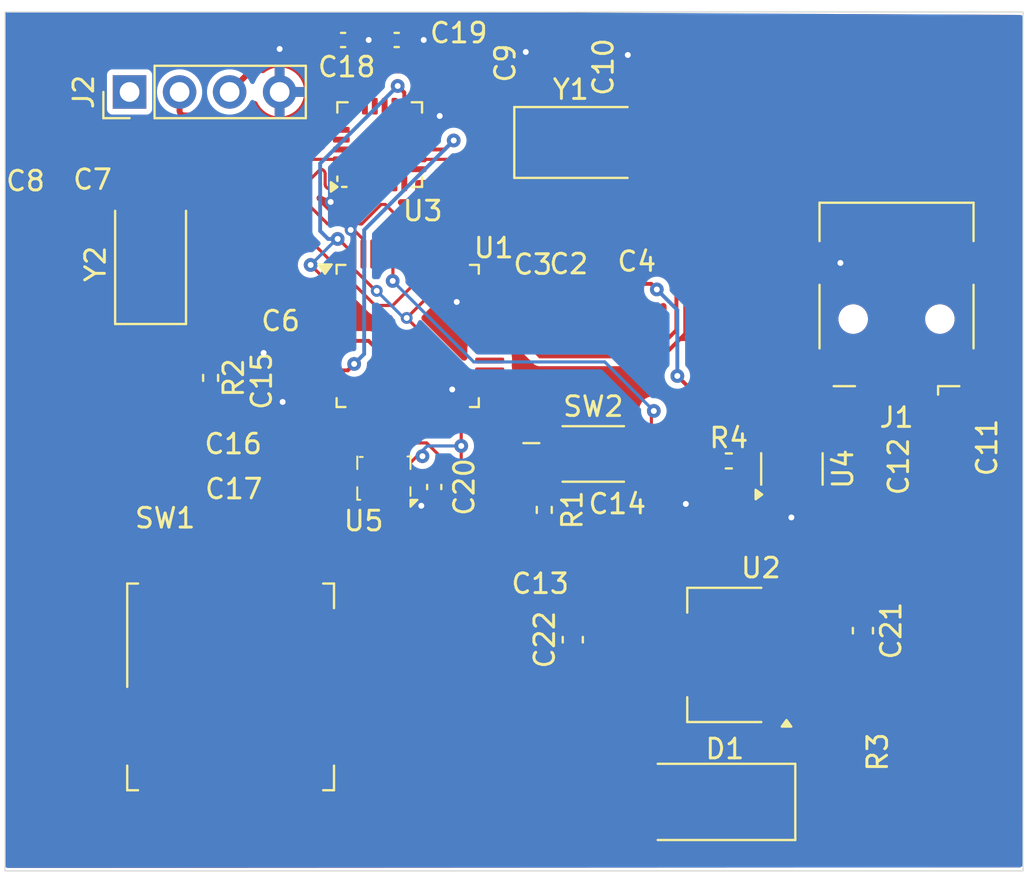
<source format=kicad_pcb>
(kicad_pcb (version 20241229) (generator "pcbnew") (generator_version "9.0")
  (layers (0 "F.Cu" signal) (2 "B.Cu" signal) (13 "F.Paste" user) (15 "B.Paste" user) (5 "F.SilkS" user "F.Silkscreen") (7 "B.SilkS" user "B.Silkscreen") (1 "F.Mask" user) (3 "B.Mask" user) (25 "Edge.Cuts" user))
  (net 0 "")
  (net 1 "+3V3")
  (net 2 "GND")
  (net 3 "Net-(U1-NRST)")
  (net 4 "HSE_IN")
  (net 5 "HSE_OUT")
  (net 6 "LSE_OUT")
  (net 7 "LSE_IN")
  (net 8 "VBUS")
  (net 9 "Net-(J1-VBUS)")
  (net 10 "Net-(U4-VBUS)")
  (net 11 "Net-(C13-Pad1)")
  (net 12 "Net-(SW2-C)")
  (net 13 "Net-(U1-VDDA)")
  (net 14 "+3.3VA")
  (net 15 "/CPOUT")
  (net 16 "Net-(U3-VLOGIC)")
  (net 17 "Net-(C20-Pad1)")
  (net 18 "+3.3V")
  (net 19 "/LED_K")
  (net 20 "USB_D-")
  (net 22 "USB_D+")
  (net 23 "SWD_CLK")
  (net 24 "SWD_DIO")
  (net 25 "VCC")
  (net 26 "Net-(SW2-A)")
  (net 27 "BOOT0")
  (net 29 "I2C_SCL")
  (net 32 "I2C_SDA")
  (net 35 "SPI_MISO")
  (net 47 "SPI_MISI")
  (net 51 "/AD0")
  (net 54 "SPI_SCLK")
  (footprint "Capacitor_SMD:C_01005_0402Metric" (layer "F.Cu") (at 101.6762 29.5954 -90)
    (property "Reference" "C9")
    (property "Value" "18pf")
  )
  (footprint "Resistor_SMD:R_0402_1005Metric" (layer "F.Cu") (at 102.641 51.56 90)
    (property "Reference" "R1")
    (property "Value" "1.1k")
  )
  (footprint "Capacitor_SMD:C_01005_0402Metric" (layer "F.Cu") (at 102.108 40.365 -90)
    (property "Reference" "C3")
    (property "Value" "100nf")
  )
  (footprint "Capacitor_SMD:C_01005_0402Metric" (layer "F.Cu") (at 123.2408 48.3914 90)
    (property "Reference" "C11")
    (property "Value" "100nf")
  )
  (footprint "Capacitor_SMD:C_0402_1005Metric" (layer "F.Cu") (at 95.1486 27.686)
    (property "Reference" "C19")
    (property "Value" "10nf")
  )
  (footprint "Sensor_Motion:InvenSense_QFN-24_4x4mm_P0.5mm" (layer "F.Cu") (at 94.2848 33.0004 90)
    (property "Reference" "U3")
    (property "Value" "MPU-6050")
  )
  (footprint "Capacitor_SMD:C_0402_1005Metric" (layer "F.Cu") (at 97.0534 50.3962 -90)
    (property "Reference" "C20")
    (property "Value" "100nf")
  )
  (footprint "Capacitor_SMD:C_01005_0402Metric" (layer "F.Cu") (at 108.6314 51.308 180)
    (property "Reference" "C14")
    (property "Value" "100nf")
  )
  (footprint "Capacitor_SMD:C_01005_0402Metric" (layer "F.Cu") (at 119.634 49.3566 -90)
    (property "Reference" "C12")
    (property "Value" "100nf")
  )
  (footprint "Capacitor_SMD:C_01005_0402Metric" (layer "F.Cu") (at 104.394 40.365 -90)
    (property "Reference" "C1" (hide yes))
    (property "Value" "100nf")
  )
  (footprint "Capacitor_SMD:C_01005_0402Metric" (layer "F.Cu") (at 79.502 36.1274 -90)
    (property "Reference" "C7")
    (property "Value" "18pf")
  )
  (footprint "Capacitor_SMD:C_0603_1608Metric" (layer "F.Cu") (at 104.0892 58.153 90)
    (property "Reference" "C22")
    (property "Value" "1u")
  )
  (footprint "Crystal:Crystal_SMD_5032-2Pin_5.0x3.2mm" (layer "F.Cu") (at 104.1696 32.893)
    (property "Reference" "Y1")
    (property "Value" "Crystal")
  )
  (footprint "Capacitor_SMD:C_01005_0402Metric" (layer "F.Cu") (at 103.378 40.3392 -90)
    (property "Reference" "C2")
    (property "Value" "100nf")
  )
  (footprint "Capacitor_SMD:C_01005_0402Metric" (layer "F.Cu") (at 102.4338 54.3052 180)
    (property "Reference" "C13")
    (property "Value" "100nf")
  )
  (footprint "Capacitor_SMD:C_01005_0402Metric" (layer "F.Cu") (at 105.664 40.386 -90)
    (property "Reference" "C5" (hide yes))
    (property "Value" "100nf")
  )
  (footprint "Button_Switch_SMD:SW_MEC_5GSH9" (layer "F.Cu") (at 86.7156 60.552)
    (property "Reference" "SW1")
    (property "Value" "SW_MEC_5G")
  )
  (footprint "Package_QFP:LQFP-48_7x7mm_P0.5mm" (layer "F.Cu") (at 95.7072 42.7228)
    (property "Reference" "U1")
    (property "Value" "STM32F103C8T6")
  )
  (footprint "Resistor_SMD:R_0402_1005Metric" (layer "F.Cu") (at 112.012 49.0728)
    (property "Reference" "R4")
    (property "Value" "1.1k")
  )
  (footprint "Capacitor_SMD:C_01005_0402Metric" (layer "F.Cu") (at 89.3572 43.3534 -90)
    (property "Reference" "C6")
    (property "Value" "100nf")
  )
  (footprint "Crystal:Crystal_SMD_5032-2Pin_5.0x3.2mm" (layer "F.Cu") (at 82.6516 39.0652 90)
    (property "Reference" "Y2")
    (property "Value" "Crystal")
  )
  (footprint "Capacitor_SMD:C_01005_0402Metric" (layer "F.Cu") (at 106.9086 29.4132 90)
    (property "Reference" "C10")
    (property "Value" "18pf")
  )
  (footprint "Capacitor_SMD:C_01005_0402Metric" (layer "F.Cu") (at 76.4032 36.319 90)
    (property "Reference" "C8")
    (property "Value" "18pf")
  )
  (footprint "Capacitor_SMD:C_0201_0603Metric" (layer "F.Cu") (at 107.188 40.3966 -90)
    (property "Reference" "C4")
    (property "Value" "1uf")
  )
  (footprint "Resistor_SMD:R_0402_1005Metric" (layer "F.Cu") (at 85.6996 44.8544 -90)
    (property "Reference" "R2")
    (property "Value" "1.1k")
  )
  (footprint "Capacitor_SMD:C_0402_1005Metric" (layer "F.Cu") (at 92.428 27.686)
    (property "Reference" "C18")
    (property "Value" "100nf")
  )
  (footprint "LED_SMD:LED_2512_6332Metric" (layer "F.Cu") (at 111.5524 66.3956 180)
    (property "Reference" "D1")
    (property "Value" "RED")
  )
  (footprint "Connector_PinHeader_2.54mm:PinHeader_1x04_P2.54mm_Vertical" (layer "F.Cu") (at 81.5848 30.3276 90)
    (property "Reference" "J2")
    (property "Value" "Conn_01x04")
  )
  (footprint "Package_TO_SOT_SMD:SOT-223-3_TabPin2" (layer "F.Cu") (at 111.8112 58.928 180)
    (property "Reference" "U2")
    (property "Value" "AMS1117-3.3")
  )
  (footprint "Resistor_SMD:R_01005_0402Metric" (layer "F.Cu") (at 118.5672 63.8596 -90)
    (property "Reference" "R3")
    (property "Value" "1k5")
  )
  (footprint "Button_Switch_SMD:SW_DIP_SPSTx01_Slide_Copal_CVS-01xB_W5.9mm_P1mm" (layer "F.Cu") (at 105.1302 48.7172)
    (property "Reference" "SW2")
    (property "Value" "SW_Push_SPDT")
  )
  (footprint "Capacitor_SMD:C_0603_1608Metric" (layer "F.Cu") (at 118.8212 57.6958 -90)
    (property "Reference" "C21")
    (property "Value" "1u")
  )
  (footprint "Capacitor_SMD:C_01005_0402Metric" (layer "F.Cu") (at 89.3572 45.0128 -90)
    (property "Reference" "C15")
    (property "Value" "100nf")
  )
  (footprint "Package_LGA:Bosch_LGA-8_2x2.5mm_P0.65mm_ClockwisePinNumbering" (layer "F.Cu") (at 94.4971 49.9455 180)
    (property "Reference" "U5")
    (property "Value" "BMP280")
  )
  (footprint "Capacitor_SMD:C_0201_0603Metric" (layer "F.Cu") (at 86.8786 49.3776)
    (property "Reference" "C17")
    (property "Value" "1uf")
  )
  (footprint "Connector_USB:USB_Mini-B_Lumberg_2486_01_Horizontal" (layer "F.Cu") (at 120.528 41.8644 180)
    (property "Reference" "J1")
    (property "Value" "USB_B_Micro")
  )
  (footprint "Capacitor_SMD:C_01005_0402Metric" (layer "F.Cu") (at 86.847 47.1932)
    (property "Reference" "C16")
    (property "Value" "100nf")
  )
  (footprint "Package_TO_SOT_SMD:SOT-23-6" (layer "F.Cu") (at 115.2144 49.4792 90)
    (property "Reference" "U4")
    (property "Value" "USBLC6-2SC6")
  )
  (gr_rect (start 75.2602 26.2636) (end 126.9492 69.9008) (stroke (width 0.05)) (fill no) (layer "Edge.Cuts"))
  (segment (start 103.3272 40.0384) (end 103.378 40.0892) (width 0.19685) (layer "F.Cu") (net 1))
  (segment (start 111.502 49.0728) (end 111.502 46.859) (width 0.19685) (layer "F.Cu") (net 1))
  (segment (start 99.8697 39.9728) (end 97.8916 39.9728) (width 0.19685) (layer "F.Cu") (net 1))
  (segment (start 94.1721 48.737215) (end 94.1721 49.1455) (width 0.158285) (layer "F.Cu") (net 1))
  (segment (start 91.5447 39.9728) (end 91.5447 39.8811) (width 0.158285) (layer "F.Cu") (net 1))
  (segment (start 98.425 46.9175) (end 98.4572 46.8853) (width 0.158285) (layer "F.Cu") (net 1))
  (segment (start 97.492 39.9728) (end 97.8916 39.9728) (width 0.158285) (layer "F.Cu") (net 1))
  (segment (start 107.1496 40.115) (end 107.188 40.0766) (width 0.19685) (layer "F.Cu") (net 1))
  (segment (start 92.1512 37.7952) (end 92.1921 37.7952) (width 0.158285) (layer "F.Cu") (net 1))
  (segment (start 95.5348 31.0504) (end 95.5348 30.3584) (width 0.19685) (layer "F.Cu") (net 1))
  (segment (start 102.1838 54.3052) (end 98.425 50.5464) (width 0.158285) (layer "F.Cu") (net 1))
  (segment (start 104.394 40.115) (end 107.1496 40.115) (width 0.19685) (layer "F.Cu") (net 1))
  (segment (start 98.597942 44.749942) (end 95.6564 41.8084) (width 0.158285) (layer "F.Cu") (net 1))
  (segment (start 104.3682 40.0892) (end 104.394 40.115) (width 0.19685) (layer "F.Cu") (net 1))
  (segment (start 96.456129 48.831871) (end 96.4118 48.787542) (width 0.158285) (layer "F.Cu") (net 1))
  (segment (start 108.3564 40.3606) (end 108.0724 40.0766) (width 0.19685) (layer "F.Cu") (net 1))
  (segment (start 95.4721 49.1455) (end 95.4721 48.8631) (width 0.158285) (layer "F.Cu") (net 1))
  (segment (start 95.5348 30.3584) (end 95.1992 30.0228) (width 0.19685) (layer "F.Cu") (net 1))
  (segment (start 91.5447 39.8811) (end 90.7796 39.116) (width 0.158285) (layer "F.Cu") (net 1))
  (segment (start 92.1921 37.7952) (end 92.9572 38.5603) (width 0.158285) (layer "F.Cu") (net 1))
  (segment (start 96.221058 48.787542) (end 95.8631 49.1455) (width 0.158285) (layer "F.Cu") (net 1))
  (segment (start 96.4118 48.787542) (end 96.221058 48.787542) (width 0.158285) (layer "F.Cu") (net 1))
  (segment (start 94.344515 48.5648) (end 94.1721 48.737215) (width 0.158285) (layer "F.Cu") (net 1))
  (segment (start 94.088756 40.433684) (end 94.135516 40.433684) (width 0.158285) (layer "F.Cu") (net 1))
  (segment (start 102.0424 39.9728) (end 102.108 40.0384) (width 0.19685) (layer "F.Cu") (net 1))
  (segment (start 98.597942 46.744558) (end 98.597942 44.749942) (width 0.158285) (layer "F.Cu") (net 1))
  (segment (start 98.425 50.5464) (end 98.425 48.3108) (width 0.158285) (layer "F.Cu") (net 1))
  (segment (start 92.9572 39.302128) (end 94.088756 40.433684) (width 0.158285) (layer "F.Cu") (net 1))
  (segment (start 98.4572 46.8853) (end 98.597942 46.744558) (width 0.158285) (layer "F.Cu") (net 1))
  (segment (start 102.108 40.0384) (end 103.3272 40.0384) (width 0.19685) (layer "F.Cu") (net 1))
  (segment (start 99.8697 39.9728) (end 102.0424 39.9728) (width 0.19685) (layer "F.Cu") (net 1))
  (segment (start 111.502 46.859) (end 109.3978 44.7548) (width 0.19685) (layer "F.Cu") (net 1))
  (segment (start 92.9572 38.5603) (end 92.9572 39.302128) (width 0.158285) (layer "F.Cu") (net 1))
  (segment (start 108.0724 40.0766) (end 107.188 40.0766) (width 0.19685) (layer "F.Cu") (net 1))
  (segment (start 95.6564 41.8084) (end 97.492 39.9728) (width 0.158285) (layer "F.Cu") (net 1))
  (segment (start 95.8631 49.1455) (end 95.4721 49.1455) (width 0.158285) (layer "F.Cu") (net 1))
  (segment (start 95.1738 48.5648) (end 94.344515 48.5648) (width 0.158285) (layer "F.Cu") (net 1))
  (segment (start 98.425 48.3108) (end 98.425 46.9175) (width 0.158285) (layer "F.Cu") (net 1))
  (segment (start 95.4721 48.8631) (end 95.1738 48.5648) (width 0.158285) (layer "F.Cu") (net 1))
  (segment (start 103.378 40.0892) (end 104.3682 40.0892) (width 0.19685) (layer "F.Cu") (net 1))
  (via (at 109.3978 44.7548) (size 0.7) (drill 0.3) (layers "F.Cu" "B.Cu") (net 1))
  (via (at 90.7796 39.116) (size 0.7) (drill 0.3) (layers "F.Cu" "B.Cu") (net 1))
  (via (at 98.425 48.3108) (size 0.7) (drill 0.3) (layers "F.Cu" "B.Cu") (net 1))
  (via (at 95.6564 41.8084) (size 0.6) (drill 0.3) (layers "F.Cu" "B.Cu") (net 1))
  (via (at 108.3564 40.3606) (size 0.7) (drill 0.3) (layers "F.Cu" "B.Cu") (net 1))
  (via (at 96.456129 48.831871) (size 0.7) (drill 0.3) (layers "F.Cu" "B.Cu") (net 1))
  (via (at 95.1992 30.0228) (size 0.7) (drill 0.3) (layers "F.Cu" "B.Cu") (net 1))
  (via (at 92.1512 37.7952) (size 0.7) (drill 0.3) (layers "F.Cu" "B.Cu") (net 1))
  (via (at 94.135516 40.433684) (size 0.6) (drill 0.3) (layers "F.Cu" "B.Cu") (net 1))
  (segment (start 95.510232 41.8084) (end 95.6564 41.8084) (width 0.158285) (layer "B.Cu") (net 1))
  (segment (start 109.3978 41.402) (end 108.3564 40.3606) (width 0.19685) (layer "B.Cu") (net 1))
  (segment (start 95.1992 30.0228) (end 91.2622 33.9598) (width 0.19685) (layer "B.Cu") (net 1))
  (segment (start 96.6978 48.3108) (end 98.425 48.3108) (width 0.158285) (layer "B.Cu") (net 1))
  (segment (start 91.2622 37.3888) (end 91.6686 37.7952) (width 0.19685) (layer "B.Cu") (net 1))
  (segment (start 91.2622 33.9598) (end 91.2622 37.3888) (width 0.19685) (layer "B.Cu") (net 1))
  (segment (start 109.3978 44.7548) (end 109.3978 41.402) (width 0.19685) (layer "B.Cu") (net 1))
  (segment (start 96.456129 48.552471) (end 96.6978 48.3108) (width 0.158285) (layer "B.Cu") (net 1))
  (segment (start 91.6686 37.7952) (end 92.1512 37.7952) (width 0.19685) (layer "B.Cu") (net 1))
  (segment (start 92.1004 37.7952) (end 92.1512 37.7952) (width 0.158285) (layer "B.Cu") (net 1))
  (segment (start 90.7796 39.116) (end 92.1004 37.7952) (width 0.158285) (layer "B.Cu") (net 1))
  (segment (start 96.456129 48.831871) (end 96.456129 48.552471) (width 0.158285) (layer "B.Cu") (net 1))
  (segment (start 94.135516 40.433684) (end 95.510232 41.8084) (width 0.158285) (layer "B.Cu") (net 1))
  (segment (start 92.972399 37.338) (end 92.8116 37.338) (width 0.158285) (layer "F.Cu") (net 2))
  (segment (start 93.4572 38.5603) (end 93.4572 37.822801) (width 0.158285) (layer "F.Cu") (net 2))
  (segment (start 97.9572 46.8853) (end 97.9572 45.4512) (width 0.158285) (layer "F.Cu") (net 2))
  (segment (start 101.6762 28.321) (end 101.7016 28.2956) (width 0.158285) (layer "F.Cu") (net 2))
  (segment (start 83.9756 54.302) (end 87.1986 51.079) (width 0.19685) (layer "F.Cu") (net 2))
  (segment (start 87.1986 47.2948) (end 87.097 47.1932) (width 0.19685) (layer "F.Cu") (net 2))
  (segment (start 82.9056 54.302) (end 83.9756 54.302) (width 0.19685) (layer "F.Cu") (net 2))
  (segment (start 89.8772 43.4728) (end 91.5447 43.4728) (width 0.19685) (layer "F.Cu") (net 2))
  (segment (start 115.2144 51.9176) (end 115.189 51.943) (width 0.5) (layer "F.Cu") (net 2))
  (segment (start 106.9086 28.4734) (end 106.8832 28.448) (width 0.158285) (layer "F.Cu") (net 2))
  (segment (start 76.5958 35.8764) (end 79.502 35.8764) (width 0.2) (layer "F.Cu") (net 2))
  (segment (start 107.1074 40.636) (end 107.188 40.7166) (width 0.158285) (layer "F.Cu") (net 2))
  (segment (start 117.3428 63.6096) (end 114.9612 61.228) (width 0.2) (layer "F.Cu") (net 2))
  (segment (start 106.9086 29.1632) (end 106.9086 28.4734) (width 0.158285) (layer "F.Cu") (net 2))
  (segment (start 101.596 40.636) (end 105.664 40.636) (width 0.158285) (layer "F.Cu") (net 2))
  (segment (start 93.6498 27.686) (end 93.726 27.686) (width 0.19685) (layer "F.Cu") (net 2))
  (segment (start 89.2048 30.3276) (end 89.2048 28.1432) (width 0.2) (layer "F.Cu") (net 2))
  (segment (start 108.8814 51.308) (end 109.7788 51.308) (width 0.19685) (layer "F.Cu") (net 2))
  (segment (start 116.078 44.4644) (end 118.828 44.4644) (width 0.19685) (layer "F.Cu") (net 2))
  (segment (start 96.6292 32.2504) (end 97.3328 31.5468) (width 0.158285) (layer "F.Cu") (net 2))
  (segment (start 118.828 44.4644) (end 118.928 44.5644) (width 0.19685) (layer "F.Cu") (net 2))
  (segment (start 116.078 39.0144) (end 117.6782 39.0144) (width 0.19685) (layer "F.Cu") (net 2))
  (segment (start 82.9056 66.802) (end 82.9056 54.302) (width 0.19685) (layer "F.Cu") (net 2))
  (segment (start 93.4572 37.822801) (end 92.972399 37.338) (width 0.158285) (layer "F.Cu") (net 2))
  (segment (start 96.2348 32.2504) (end 96.6292 32.2504) (width 0.158285) (layer "F.Cu") (net 2))
  (segment (start 97.0534 50.8762) (end 96.871805 50.8762) (width 0.158285) (layer "F.Cu") (net 2))
  (segment (start 124.978 44.4644) (end 124.978 39.0144) (width 0.19685) (layer "F.Cu") (net 2))
  (segment (start 89.3572 43.6034) (end 88.409 43.6034) (width 0.19685) (layer "F.Cu") (net 2))
  (segment (start 89.7466 43.6034) (end 89.8772 43.4728) (width 0.19685) (layer "F.Cu") (net 2))
  (segment (start 118.5672 63.6096) (end 117.3428 63.6096) (width 0.2) (layer "F.Cu") (net 2))
  (segment (start 87.1986 51.079) (end 87.1986 49.3776) (width 0.19685) (layer "F.Cu") (net 2))
  (segment (start 105.664 40.636) (end 107.1074 40.636) (width 0.158285) (layer "F.Cu") (net 2))
  (segment (start 115.2144 50.6167) (end 115.2144 51.9176) (width 0.5) (layer "F.Cu") (net 2))
  (segment (start 89.3572 43.6034) (end 89.7466 43.6034) (width 0.19685) (layer "F.Cu") (net 2))
  (segment (start 96.871805 50.8762) (end 96.397822 51.350183) (width 0.158285) (layer "F.Cu") (net 2))
  (segment (start 109.7788 51.308) (end 109.8296 51.2572) (width 0.19685) (layer "F.Cu") (net 2))
  (segment (start 97.9572 45.4512) (end 97.9678 45.4406) (width 0.158285) (layer "F.Cu") (net 2))
  (segment (start 93.0348 34.9504) (end 92.0696 35.9156) (width 0.158285) (layer "F.Cu") (net 2))
  (segment (start 87.1986 49.3776) (end 87.1986 47.2948) (width 0.19685) (layer "F.Cu") (net 2))
  (segment (start 92.0696 35.9156) (end 91.7956 35.9156) (width 0.158285) (layer "F.Cu") (net 2))
  (segment (start 99.8697 40.4728) (end 98.7192 40.4728) (width 0.158285) (layer "F.Cu") (net 2))
  (segment (start 115.3816 60.8076) (end 114.9612 61.228) (width 0.2) (layer "F.Cu") (net 2))
  (segment (start 76.4032 36.069) (end 76.5958 35.8764) (width 0.2) (layer "F.Cu") (net 2))
  (segment (start 98.7192 40.4728) (end 98.1964 40.9956) (width 0.158285) (layer "F.Cu") (net 2))
  (segment (start 95.6286 27.686) (end 96.52 27.686) (width 0.19685) (layer "F.Cu") (net 2))
  (segment (start 92.908 27.686) (end 93.6498 27.686) (width 0.19685) (layer "F.Cu") (net 2))
  (segment (start 101.4328 40.4728) (end 101.596 40.636) (width 0.158285) (layer "F.Cu") (net 2))
  (segment (start 118.8212 58.4708) (end 116.4844 60.8076) (width 0.2) (layer "F.Cu") (net 2))
  (segment (start 89.3572 45.2628) (end 89.3572 46.0756) (width 0.158285) (layer "F.Cu") (net 2))
  (segment (start 99.8697 40.4728) (end 101.4328 40.4728) (width 0.158285) (layer "F.Cu") (net 2))
  (segment (start 116.4844 60.8076) (end 115.3816 60.8076) (width 0.2) (layer "F.Cu") (net 2))
  (segment (start 88.409 43.6034) (end 88.392 43.5864) (width 0.19685) (layer "F.Cu") (net 2))
  (segment (start 101.6762 29.3454) (end 101.6762 28.321) (width 0.158285) (layer "F.Cu") (net 2))
  (via (at 89.2048 28.1432) (size 0.6) (drill 0.3) (layers "F.Cu" "B.Cu") (net 2))
  (via (at 97.9678 45.4406) (size 0.7) (drill 0.3) (layers "F.Cu" "B.Cu") (net 2))
  (via (at 98.1964 40.9956) (size 0.6) (drill 0.3) (layers "F.Cu" "B.Cu") (net 2))
  (via (at 93.726 27.686) (size 0.6) (drill 0.3) (layers "F.Cu" "B.Cu") (net 2))
  (via (at 92.8116 37.338) (size 0.6) (drill 0.3) (layers "F.Cu" "B.Cu") (net 2))
  (via (at 96.52 27.686) (size 0.7) (drill 0.3) (layers "F.Cu" "B.Cu") (net 2))
  (via (at 96.397822 51.350183) (size 0.7) (drill 0.3) (layers "F.Cu" "B.Cu") (net 2))
  (via (at 91.7956 35.9156) (size 0.6) (drill 0.3) (layers "F.Cu" "B.Cu") (net 2))
  (via (at 117.6782 39.0144) (size 0.7) (drill 0.3) (layers "F.Cu" "B.Cu") (net 2))
  (via (at 115.189 51.943) (size 0.7) (drill 0.3) (layers "F.Cu" "B.Cu") (net 2))
  (via (at 101.7016 28.2956) (size 0.6) (drill 0.3) (layers "F.Cu" "B.Cu") (net 2))
  (via (at 88.392 43.5864) (size 0.6) (drill 0.3) (layers "F.Cu" "B.Cu") (net 2))
  (via (at 106.8832 28.448) (size 0.6) (drill 0.3) (layers "F.Cu" "B.Cu") (net 2))
  (via (at 109.8296 51.2572) (size 0.7) (drill 0.3) (layers "F.Cu" "B.Cu") (net 2))
  (via (at 97.3328 31.5468) (size 0.6) (drill 0.3) (layers "F.Cu" "B.Cu") (net 2))
  (via (at 89.3572 46.0756) (size 0.6) (drill 0.3) (layers "F.Cu" "B.Cu") (net 2))
  (segment (start 92.8116 36.9316) (end 91.7956 35.9156) (width 0.158285) (layer "B.Cu") (net 2))
  (segment (start 92.8116 37.338) (end 92.8116 36.9316) (width 0.158285) (layer "B.Cu") (net 2))
  (segment (start 91.5447 42.9728) (end 93.722 42.9728) (width 0.19685) (layer "F.Cu") (net 3))
  (segment (start 91.550596 46.736) (end 91.5416 46.736) (width 0.19685) (layer "F.Cu") (net 3))
  (segment (start 94.1324 43.3832) (end 94.1324 44.154196) (width 0.19685) (layer "F.Cu") (net 3))
  (segment (start 93.722 42.9728) (end 94.1324 43.3832) (width 0.19685) (layer "F.Cu") (net 3))
  (segment (start 90.5256 66.802) (end 90.5256 54.302) (width 0.5) (layer "F.Cu") (net 3))
  (segment (start 90.5256 54.302) (end 90.5256 47.752) (width 0.5) (layer "F.Cu") (net 3))
  (segment (start 90.5256 47.752) (end 91.5416 46.736) (width 0.5) (layer "F.Cu") (net 3))
  (segment (start 89.4878 42.9728) (end 91.5447 42.9728) (width 0.19685) (layer "F.Cu") (net 3))
  (segment (start 89.3572 43.1034) (end 89.4878 42.9728) (width 0.19685) (layer "F.Cu") (net 3))
  (segment (start 94.1324 44.154196) (end 91.550596 46.736) (width 0.19685) (layer "F.Cu") (net 3))
  (segment (start 88.7596 41.9728) (end 91.5447 41.9728) (width 0.19685) (layer "F.Cu") (net 4))
  (segment (start 81.8138 36.3774) (end 82.6516 37.2152) (width 0.19685) (layer "F.Cu") (net 4))
  (segment (start 79.502 36.3774) (end 81.8138 36.3774) (width 0.19685) (layer "F.Cu") (net 4))
  (segment (start 84.002 37.2152) (end 88.7596 41.9728) (width 0.19685) (layer "F.Cu") (net 4))
  (segment (start 82.6516 37.2152) (end 84.002 37.2152) (width 0.19685) (layer "F.Cu") (net 4))
  (segment (start 82.6516 40.9152) (end 83.9428 40.9152) (width 0.3) (layer "F.Cu") (net 5))
  (segment (start 88.65 42.4728) (end 91.5447 42.4728) (width 0.19685) (layer "F.Cu") (net 5))
  (segment (start 83.9724 40.9448) (end 87.122 40.9448) (width 0.19685) (layer "F.Cu") (net 5))
  (segment (start 76.4032 36.569) (end 80.7494 40.9152) (width 0.19685) (layer "F.Cu") (net 5))
  (segment (start 87.122 40.9448) (end 88.65 42.4728) (width 0.19685) (layer "F.Cu") (net 5))
  (segment (start 80.7494 40.9152) (end 82.6516 40.9152) (width 0.19685) (layer "F.Cu") (net 5))
  (segment (start 102.5144 32.9184) (end 102.2096 32.9184) (width 0.19685) (layer "F.Cu") (net 6))
  (segment (start 102.5144 33.0878) (end 102.3196 32.893) (width 0.19685) (layer "F.Cu") (net 6))
  (segment (start 101.6762 29.8454) (end 102.3196 30.4888) (width 0.158285) (layer "F.Cu") (net 6))
  (segment (start 101.854 35.3822) (end 102.5144 34.7218) (width 0.19685) (layer "F.Cu") (net 6))
  (segment (start 97.9572 37.791204) (end 100.366204 35.3822) (width 0.19685) (layer "F.Cu") (net 6))
  (segment (start 102.3196 30.4888) (end 102.3196 32.893) (width 0.158285) (layer "F.Cu") (net 6))
  (segment (start 100.366204 35.3822) (end 101.854 35.3822) (width 0.19685) (layer "F.Cu") (net 6))
  (segment (start 97.9572 38.5603) (end 97.9572 37.791204) (width 0.19685) (layer "F.Cu") (net 6))
  (segment (start 102.5144 34.7218) (end 102.5144 33.0878) (width 0.19685) (layer "F.Cu") (net 6))
  (segment (start 106.0196 35.1282) (end 106.0196 32.893) (width 0.19685) (layer "F.Cu") (net 7))
  (segment (start 98.4572 38.5603) (end 100.5177 36.4998) (width 0.19685) (layer "F.Cu") (net 7))
  (segment (start 106.0196 32.893) (end 106.0196 30.5522) (width 0.19685) (layer "F.Cu") (net 7))
  (segment (start 100.5177 36.4998) (end 104.648 36.4998) (width 0.19685) (layer "F.Cu") (net 7))
  (segment (start 104.648 36.4998) (end 106.0196 35.1282) (width 0.19685) (layer "F.Cu") (net 7))
  (segment (start 106.0196 30.5522) (end 106.9086 29.6632) (width 0.19685) (layer "F.Cu") (net 7))
  (segment (start 119.634 49.1066) (end 122.1232 49.1066) (width 0.2) (layer "F.Cu") (net 8))
  (segment (start 122.1232 49.1066) (end 122.1232 55.5244) (width 0.2) (layer "F.Cu") (net 8))
  (segment (start 118.5284 56.628) (end 118.8212 56.9208) (width 0.5) (layer "F.Cu") (net 8))
  (segment (start 122.1232 49.1066) (end 122.7756 49.1066) (width 0.2) (layer "F.Cu") (net 8))
  (segment (start 122.1232 55.5244) (end 120.7268 56.9208) (width 0.2) (layer "F.Cu") (net 8))
  (segment (start 120.7268 56.9208) (end 118.8212 56.9208) (width 0.2) (layer "F.Cu") (net 8))
  (segment (start 114.9612 56.628) (end 118.5284 56.628) (width 0.5) (layer "F.Cu") (net 8))
  (segment (start 122.7756 49.1066) (end 123.2408 48.6414) (width 0.2) (layer "F.Cu") (net 8))
  (segment (start 122.128 44.5644) (end 122.128 47.0286) (width 0.2) (layer "F.Cu") (net 9))
  (segment (start 122.128 47.0286) (end 123.2408 48.1414) (width 0.2) (layer "F.Cu") (net 9))
  (segment (start 121.2088 51.2064) (end 121.2088 50.038) (width 0.2) (layer "F.Cu") (net 10))
  (segment (start 115.2144 47.679201) (end 114.677599 47.1424) (width 0.2) (layer "F.Cu") (net 10))
  (segment (start 115.2144 48.3417) (end 115.2144 47.679201) (width 0.2) (layer "F.Cu") (net 10))
  (segment (start 120.7774 49.6066) (end 119.634 49.6066) (width 0.2) (layer "F.Cu") (net 10))
  (segment (start 121.2088 50.038) (end 120.7774 49.6066) (width 0.2) (layer "F.Cu") (net 10))
  (segment (start 113.2332 47.8536) (end 113.2332 52.832) (width 0.2) (layer "F.Cu") (net 10))
  (segment (start 114.677599 47.1424) (end 113.9444 47.1424) (width 0.2) (layer "F.Cu") (net 10))
  (segment (start 113.9444 47.1424) (end 113.2332 47.8536) (width 0.2) (layer "F.Cu") (net 10))
  (segment (start 114.4016 54.0004) (end 118.4148 54.0004) (width 0.2) (layer "F.Cu") (net 10))
  (segment (start 118.4148 54.0004) (end 121.2088 51.2064) (width 0.2) (layer "F.Cu") (net 10))
  (segment (start 113.2332 52.832) (end 114.4016 54.0004) (width 0.2) (layer "F.Cu") (net 10))
  (segment (start 102.6838 52.1128) (end 102.6838 54.3052) (width 0.19685) (layer "F.Cu") (net 11))
  (segment (start 102.641 52.07) (end 102.6838 52.1128) (width 0.19685) (layer "F.Cu") (net 11))
  (segment (start 102.9802 47.7172) (end 103.8606 48.5976) (width 0.19685) (layer "F.Cu") (net 12))
  (segment (start 107.2642 50.6222) (end 107.2802 50.6062) (width 0.158285) (layer "F.Cu") (net 12))
  (segment (start 103.8606 48.5976) (end 103.8606 49.7172) (width 0.19685) (layer "F.Cu") (net 12))
  (segment (start 107.2802 50.6062) (end 107.2802 49.7172) (width 0.158285) (layer "F.Cu") (net 12))
  (segment (start 103.8606 49.7172) (end 106.3244 49.7172) (width 0.5) (layer "F.Cu") (net 12))
  (segment (start 108.3814 51.308) (end 107.95 51.308) (width 0.158285) (layer "F.Cu") (net 12))
  (segment (start 106.3244 49.7172) (end 107.2802 49.7172) (width 0.5) (layer "F.Cu") (net 12))
  (segment (start 107.0196 47.7172) (end 106.3244 48.4124) (width 0.2) (layer "F.Cu") (net 12))
  (segment (start 102.9802 49.7172) (end 103.8606 49.7172) (width 0.5) (layer "F.Cu") (net 12))
  (segment (start 107.2802 47.7172) (end 107.0196 47.7172) (width 0.2) (layer "F.Cu") (net 12))
  (segment (start 107.95 51.308) (end 107.2642 50.6222) (width 0.158285) (layer "F.Cu") (net 12))
  (segment (start 106.3244 48.4124) (end 106.3244 49.7172) (width 0.2) (layer "F.Cu") (net 12))
  (segment (start 88.1848 44.3444) (end 88.6032 44.7628) (width 0.158285) (layer "F.Cu") (net 13))
  (segment (start 90.3424 43.9728) (end 91.5447 43.9728) (width 0.19685) (layer "F.Cu") (net 13))
  (segment (start 89.3572 44.7628) (end 89.5524 44.7628) (width 0.158285) (layer "F.Cu") (net 13))
  (segment (start 88.6032 44.7628) (end 89.3572 44.7628) (width 0.158285) (layer "F.Cu") (net 13))
  (segment (start 89.5524 44.7628) (end 90.3424 43.9728) (width 0.158285) (layer "F.Cu") (net 13))
  (segment (start 85.6996 44.3444) (end 88.1848 44.3444) (width 0.158285) (layer "F.Cu") (net 13))
  (segment (start 86.5586 49.3776) (end 86.5586 49.1282) (width 0.3) (layer "F.Cu") (net 14))
  (segment (start 85.6996 46.2958) (end 86.597 47.1932) (width 0.19685) (layer "F.Cu") (net 14))
  (segment (start 86.546 49.1156) (end 86.546 47.1932) (width 0.3) (layer "F.Cu") (net 14))
  (segment (start 86.5586 49.1282) (end 86.546 49.1156) (width 0.3) (layer "F.Cu") (net 14))
  (segment (start 85.6996 45.3644) (end 85.6996 46.2958) (width 0.19685) (layer "F.Cu") (net 14))
  (segment (start 98.044 30.4292) (end 96.9264 29.3116) (width 0.158285) (layer "F.Cu") (net 15))
  (segment (start 96.9264 29.3116) (end 93.4372 29.3116) (width 0.158285) (layer "F.Cu") (net 15))
  (segment (start 91.44 31.784928) (end 91.44 31.0388) (width 0.158285) (layer "F.Cu") (net 15))
  (segment (start 93.4372 29.1752) (end 91.948 27.686) (width 0.158285) (layer "F.Cu") (net 15))
  (segment (start 98.044 31.75) (end 98.044 30.4292) (width 0.158285) (layer "F.Cu") (net 15))
  (segment (start 92.3348 32.2504) (end 91.905472 32.2504) (width 0.158285) (layer "F.Cu") (net 15))
  (segment (start 91.905472 32.2504) (end 91.44 31.784928) (width 0.158285) (layer "F.Cu") (net 15))
  (segment (start 93.0348 29.714) (end 93.4372 29.3116) (width 0.158285) (layer "F.Cu") (net 15))
  (segment (start 91.44 31.0388) (end 92.1512 30.3276) (width 0.158285) (layer "F.Cu") (net 15))
  (segment (start 93.0348 31.0504) (end 93.0348 30.3276) (width 0.158285) (layer "F.Cu") (net 15))
  (segment (start 93.0348 30.3276) (end 93.0348 29.714) (width 0.158285) (layer "F.Cu") (net 15))
  (segment (start 97.0436 32.7504) (end 98.044 31.75) (width 0.158285) (layer "F.Cu") (net 15))
  (segment (start 96.2348 32.7504) (end 97.0436 32.7504) (width 0.158285) (layer "F.Cu") (net 15))
  (segment (start 92.1512 30.3276) (end 93.0348 30.3276) (width 0.158285) (layer "F.Cu") (net 15))
  (segment (start 93.4372 29.3116) (end 93.4372 29.1752) (width 0.158285) (layer "F.Cu") (net 15))
  (segment (start 95.3516 28.4988) (end 94.6686 27.8158) (width 0.158285) (layer "F.Cu") (net 16))
  (segment (start 96.2348 33.7504) (end 98.3804 33.7504) (width 0.158285) (layer "F.Cu") (net 16))
  (segment (start 94.6686 27.8158) (end 94.6686 27.686) (width 0.158285) (layer "F.Cu") (net 16))
  (segment (start 99.4156 32.7152) (end 99.4156 29.3116) (width 0.158285) (layer "F.Cu") (net 16))
  (segment (start 98.3804 33.7504) (end 99.4156 32.7152) (width 0.158285) (layer "F.Cu") (net 16))
  (segment (start 98.6028 28.4988) (end 95.3516 28.4988) (width 0.158285) (layer "F.Cu") (net 16))
  (segment (start 99.4156 29.3116) (end 98.6028 28.4988) (width 0.158285) (layer "F.Cu") (net 16))
  (segment (start 96.2241 50.7455) (end 97.0534 49.9162) (width 0.158285) (layer "F.Cu") (net 17))
  (segment (start 95.4721 50.5104) (end 95.4721 50.7455) (width 0.158285) (layer "F.Cu") (net 17))
  (segment (start 94.8221 49.8604) (end 95.4721 50.5104) (width 0.158285) (layer "F.Cu") (net 17))
  (segment (start 94.8221 49.1455) (end 94.8221 49.8604) (width 0.158285) (layer "F.Cu") (net 17))
  (segment (start 95.4721 50.7455) (end 96.2241 50.7455) (width 0.158285) (layer "F.Cu") (net 17))
  (segment (start 114.9612 58.928) (end 108.6612 58.928) (width 0.5) (layer "F.Cu") (net 18))
  (segment (start 108.6612 58.928) (end 104.0892 58.928) (width 0.5) (layer "F.Cu") (net 18))
  (segment (start 108.6524 58.9368) (end 108.6612 58.928) (width 0.5) (layer "F.Cu") (net 18))
  (segment (start 108.6524 66.3956) (end 108.6524 58.9368) (width 0.5) (layer "F.Cu") (net 18))
  (segment (start 118.5672 64.1096) (end 118.5672 65.786) (width 0.158285) (layer "F.Cu") (net 19))
  (segment (start 118.5672 65.786) (end 117.9576 66.3956) (width 0.158285) (layer "F.Cu") (net 19))
  (segment (start 117.9576 66.3956) (end 114.4524 66.3956) (width 0.158285) (layer "F.Cu") (net 19))
  (segment (start 114.2644 49.004199) (end 114.2644 48.3417) (width 0.2) (layer "F.Cu") (net 20))
  (segment (start 121.153 38.691202) (end 115.155198 32.6934) (width 0.2) (layer "F.Cu") (net 20))
  (segment (start 107.5218 37.888398) (end 109.3506 39.717198) (width 0.2) (layer "F.Cu") (net 20))
  (segment (start 114.565401 49.3052) (end 114.2644 49.004199) (width 0.2) (layer "F.Cu") (net 20))
  (segment (start 108.466402 43.3106) (end 103.1022 43.3106) (width 0.2) (layer "F.Cu") (net 20))
  (segment (start 109.3506 42.426402) (end 108.466402 43.3106) (width 0.2) (layer "F.Cu") (net 20))
  (segment (start 103.1022 43.3106) (end 101.2644 41.4728) (width 0.2) (layer "F.Cu") (net 20))
  (segment (start 107.5218 34.654002) (end 107.5218 37.888398) (width 0.2) (layer "F.Cu") (net 20))
  (segment (start 121.153 42.889399) (end 121.153 38.691202) (width 0.2) (layer "F.Cu") (net 20))
  (segment (start 115.155198 32.6934) (end 109.482402 32.6934) (width 0.2) (layer "F.Cu") (net 20))
  (segment (start 121.328 43.064399) (end 121.153 42.889399) (width 0.2) (layer "F.Cu") (net 20))
  (segment (start 121.328 44.5644) (end 121.328 43.064399) (width 0.2) (layer "F.Cu") (net 20))
  (segment (start 118.701576 49.3052) (end 114.565401 49.3052) (width 0.2) (layer "F.Cu") (net 20))
  (segment (start 101.2644 41.4728) (end 99.8697 41.4728) (width 0.2) (layer "F.Cu") (net 20))
  (segment (start 109.3506 39.717198) (end 109.3506 42.426402) (width 0.2) (layer "F.Cu") (net 20))
  (segment (start 121.328 46.678776) (end 118.701576 49.3052) (width 0.2) (layer "F.Cu") (net 20))
  (segment (start 121.328 44.5644) (end 121.328 46.678776) (width 0.2) (layer "F.Cu") (net 20))
  (segment (start 109.482402 32.6934) (end 107.5218 34.654002) (width 0.2) (layer "F.Cu") (net 20))
  (segment (start 114.277999 45.792801) (end 111.367098 42.881899) (width 0.2) (layer "F.Cu") (net 22))
  (segment (start 109.8006 42.612798) (end 109.531499 42.881899) (width 0.2) (layer "F.Cu") (net 22))
  (segment (start 120.703 42.889399) (end 120.703 38.877598) (width 0.2) (layer "F.Cu") (net 22))
  (segment (start 116.1644 47.679201) (end 114.277999 45.792801) (width 0.2) (layer "F.Cu") (net 22))
  (segment (start 107.9718 37.702002) (end 109.8006 39.530802) (width 0.2) (layer "F.Cu") (net 22))
  (segment (start 116.1644 48.3417) (end 116.1644 47.679201) (width 0.2) (layer "F.Cu") (net 22))
  (segment (start 112.522 47.5488) (end 114.277999 45.792801) (width 0.2) (layer "F.Cu") (net 22))
  (segment (start 109.668798 33.1434) (end 107.9718 34.840398) (width 0.2) (layer "F.Cu") (net 22))
  (segment (start 120.528 43.064399) (end 120.703 42.889399) (width 0.2) (layer "F.Cu") (net 22))
  (segment (start 112.522 49.0728) (end 112.522 47.5488) (width 0.2) (layer "F.Cu") (net 22))
  (segment (start 100.641024 41.9728) (end 99.8697 41.9728) (width 0.2) (layer "F.Cu") (net 22))
  (segment (start 120.528 44.5644) (end 120.528 43.064399) (width 0.2) (layer "F.Cu") (net 22))
  (segment (start 109.531499 42.881899) (end 108.652798 43.7606) (width 0.2) (layer "F.Cu") (net 22))
  (segment (start 102.428824 43.7606) (end 100.641024 41.9728) (width 0.2) (layer "F.Cu") (net 22))
  (segment (start 111.367098 42.881899) (end 109.531499 42.881899) (width 0.2) (layer "F.Cu") (net 22))
  (segment (start 120.703 38.877598) (end 114.968802 33.1434) (width 0.2) (layer "F.Cu") (net 22))
  (segment (start 108.652798 43.7606) (end 102.428824 43.7606) (width 0.2) (layer "F.Cu") (net 22))
  (segment (start 114.968802 33.1434) (end 109.668798 33.1434) (width 0.2) (layer "F.Cu") (net 22))
  (segment (start 109.8006 39.530802) (end 109.8006 42.612798) (width 0.2) (layer "F.Cu") (net 22))
  (segment (start 107.9718 34.840398) (end 107.9718 37.702002) (width 0.2) (layer "F.Cu") (net 22))
  (segment (start 88.8264 40.9728) (end 85.6996 37.846) (width 0.3) (layer "F.Cu") (net 23))
  (segment (start 76.2508 31.8008) (end 76.2508 29.4132) (width 0.3) (layer "F.Cu") (net 23))
  (segment (start 76.2508 29.4132) (end 78.0796 27.5844) (width 0.3) (layer "F.Cu") (net 23))
  (segment (start 85.6996 36.576) (end 83.7692 34.6456) (width 0.3) (layer "F.Cu") (net 23))
  (segment (start 86.36 27.5844) (end 87.63 28.8544) (width 0.3) (layer "F.Cu") (net 23))
  (segment (start 83.7692 34.6456) (end 79.0956 34.6456) (width 0.3) (layer "F.Cu") (net 23))
  (segment (start 87.63 29.3624) (end 86.6648 30.3276) (width 0.3) (layer "F.Cu") (net 23))
  (segment (start 79.0956 34.6456) (end 76.2508 31.8008) (width 0.3) (layer "F.Cu") (net 23))
  (segment (start 87.63 28.8544) (end 87.63 29.3624) (width 0.3) (layer "F.Cu") (net 23))
  (segment (start 85.6996 37.846) (end 85.6996 36.576) (width 0.3) (layer "F.Cu") (net 23))
  (segment (start 78.0796 27.5844) (end 86.36 27.5844) (width 0.3) (layer "F.Cu") (net 23))
  (segment (start 91.5447 40.9728) (end 88.8264 40.9728) (width 0.3) (layer "F.Cu") (net 23))
  (segment (start 89.43 40.2328) (end 89.43 39.7128) (width 0.3) (layer "F.Cu") (net 24))
  (segment (start 86.0044 35.147161) (end 87.459625 33.691935) (width 0.3) (layer "F.Cu") (net 24))
  (segment (start 89.534 38.2252) (end 88.124 38.2252) (width 0.3) (layer "F.Cu") (net 24))
  (segment (start 84.3728 33.3816) (end 85.4768 33.3816) (width 0.3) (layer "F.Cu") (net 24))
  (segment (start 88.988676 40.271476) (end 89.19 40.4728) (width 0.3) (layer "F.Cu") (net 24))
  (segment (start 88.762678 35.670983) (end 87.679389 36.754269) (width 0.3) (layer "F.Cu") (net 24))
  (segment (start 88.655197 35.133581) (end 88.762677 35.241061) (width 0.3) (layer "F.Cu") (net 24))
  (segment (start 85.4768 31.5216) (end 84.3728 31.5216) (width 0.3) (layer "F.Cu") (net 24))
  (segment (start 90.03 39.7128) (end 90.03 40.2328) (width 0.3) (layer "F.Cu") (net 24))
  (segment (start 85.7248 33.1336) (end 85.7248 33.0096) (width 0.3) (layer "F.Cu") (net 24))
  (segment (start 85.189811 34.694611) (end 85.099303 34.604103) (width 0.3) (layer "F.Cu") (net 24))
  (segment (start 89.67 39.4728) (end 89.79 39.4728) (width 0.3) (layer "F.Cu") (net 24))
  (segment (start 89.774 38.5852) (end 89.774 38.4652) (width 0.3) (layer "F.Cu") (net 24))
  (segment (start 84.1248 31.1496) (end 84.1248 30.538541) (width 0.3) (layer "F.Cu") (net 24))
  (segment (start 87.141989 36.216869) (end 88.225277 35.133582) (width 0.3) (layer "F.Cu") (net 24))
  (segment (start 85.4768 32.7616) (end 84.3728 32.7616) (width 0.3) (layer "F.Cu") (net 24))
  (segment (start 84.1248 31.2736) (end 84.1248 31.1496) (width 0.3) (layer "F.Cu") (net 24))
  (segment (start 82.7728 32.1416) (end 84.1248 32.1416) (width 0.3) (layer "F.Cu") (net 24))
  (segment (start 87.786871 37.291671) (end 87.884 37.3888) (width 0.3) (layer "F.Cu") (net 24))
  (segment (start 88.124 38.8252) (end 89.534 38.8252) (width 0.3) (layer "F.Cu") (net 24))
  (segment (start 87.884 37.9852) (end 87.884 37.8652) (width 0.3) (layer "F.Cu") (net 24))
  (segment (start 84.1248 32.7616) (end 82.7728 32.7616) (width 0.3) (layer "F.Cu") (net 24))
  (segment (start 84.9122 34.417) (end 84.1248 33.6296) (width 0.3) (layer "F.Cu") (net 24))
  (segment (start 82.5248 32.5136) (end 82.5248 32.3896) (width 0.3) (layer "F.Cu") (net 24))
  (segment (start 90.39 40.4728) (end 91.5447 40.4728) (width 0.3) (layer "F.Cu") (net 24))
  (segment (start 90.27 40.4728) (end 90.39 40.4728) (width 0.3) (layer "F.Cu") (net 24))
  (segment (start 84.1248 32.1416) (end 84.3728 32.1416) (width 0.3) (layer "F.Cu") (net 24))
  (segment (start 87.007076 33.239386) (end 85.55185 34.694611) (width 0.3) (layer "F.Cu") (net 24))
  (segment (start 87.884 37.3888) (end 87.884 37.5412) (width 0.3) (layer "F.Cu") (net 24))
  (segment (start 87.67939 37.184191) (end 87.786871 37.291671) (width 0.3) (layer "F.Cu") (net 24))
  (segment (start 86.712069 36.216869) (end 86.0044 35.5092) (width 0.3) (layer "F.Cu") (net 24))
  (segment (start 87.459625 33.329896) (end 87.369115 33.239386) (width 0.3) (layer "F.Cu") (net 24))
  (segment (start 85.099303 34.604103) (end 84.9122 34.417) (width 0.3) (layer "F.Cu") (net 24))
  (segment (start 84.3728 32.1416) (end 85.4768 32.1416) (width 0.3) (layer "F.Cu") (net 24))
  (segment (start 85.7248 31.8936) (end 85.7248 31.7696) (width 0.3) (layer "F.Cu") (net 24))
  (segment (start 87.884 37.8652) (end 87.884 37.5412) (width 0.3) (layer "F.Cu") (net 24))
  (segment (start 88.529057 39.811857) (end 88.988676 40.271476) (width 0.3) (layer "F.Cu") (net 24))
  (segment (start 88.529057 39.811857) (end 87.884 39.1668) (width 0.3) (layer "F.Cu") (net 24))
  (segment (start 87.884 39.1668) (end 87.884 39.0652) (width 0.3) (layer "F.Cu") (net 24))
  (segment (start 84.1248 30.538541) (end 84.1248 30.3276) (width 0.3) (layer "F.Cu") (net 24))
  (segment (start 84.3728 32.7616) (end 84.1248 32.7616) (width 0.3) (layer "F.Cu") (net 24))
  (arc (start 89.19 40.4728) (mid 89.359706 40.402506) (end 89.43 40.2328) (width 0.3) (layer "F.Cu") (net 24))
  (arc (start 86.712069 36.216869) (mid 86.92703 36.305909) (end 87.141989 36.216869) (width 0.3) (layer "F.Cu") (net 24))
  (arc (start 85.55185 34.694611) (mid 85.37083 34.769592) (end 85.189811 34.694611) (width 0.3) (layer "F.Cu") (net 24))
  (arc (start 85.4768 33.3816) (mid 85.652162 33.308962) (end 85.7248 33.1336) (width 0.3) (layer "F.Cu") (net 24))
  (arc (start 87.679389 36.754269) (mid 87.590351 36.96923) (end 87.67939 37.184191) (width 0.3) (layer "F.Cu") (net 24))
  (arc (start 82.5248 32.3896) (mid 82.597438 32.214238) (end 82.7728 32.1416) (width 0.3) (layer "F.Cu") (net 24))
  (arc (start 90.03 40.2328) (mid 90.100294 40.402506) (end 90.27 40.4728) (width 0.3) (layer "F.Cu") (net 24))
  (arc (start 84.3728 31.5216) (mid 84.197438 31.448962) (end 84.1248 31.2736) (width 0.3) (layer "F.Cu") (net 24))
  (arc (start 87.459625 33.691935) (mid 87.534606 33.510915) (end 87.459625 33.329896) (width 0.3) (layer "F.Cu") (net 24))
  (arc (start 88.762677 35.241061) (mid 88.851716 35.456022) (end 88.762678 35.670983) (width 0.3) (layer "F.Cu") (net 24))
  (arc (start 89.774 38.4652) (mid 89.703706 38.295494) (end 89.534 38.2252) (width 0.3) (layer "F.Cu") (net 24))
  (arc (start 88.124 38.2252) (mid 87.954294 38.154906) (end 87.884 37.9852) (width 0.3) (layer "F.Cu") (net 24))
  (arc (start 89.43 39.7128) (mid 89.500294 39.543094) (end 89.67 39.4728) (width 0.3) (layer "F.Cu") (net 24))
  (arc (start 87.884 39.0652) (mid 87.954294 38.895494) (end 88.124 38.8252) (width 0.3) (layer "F.Cu") (net 24))
  (arc (start 89.534 38.8252) (mid 89.703706 38.754906) (end 89.774 38.5852) (width 0.3) (layer "F.Cu") (net 24))
  (arc (start 84.1248 33.6296) (mid 84.197438 33.454238) (end 84.3728 33.3816) (width 0.3) (layer "F.Cu") (net 24))
  (arc (start 86.0044 35.5092) (mid 85.929419 35.328181) (end 86.0044 35.147161) (width 0.3) (layer "F.Cu") (net 24))
  (arc (start 88.225277 35.133582) (mid 88.440236 35.044542) (end 88.655197 35.133581) (width 0.3) (layer "F.Cu") (net 24))
  (arc (start 85.7248 33.0096) (mid 85.652162 32.834238) (end 85.4768 32.7616) (width 0.3) (layer "F.Cu") (net 24))
  (arc (start 85.4768 32.1416) (mid 85.652162 32.068962) (end 85.7248 31.8936) (width 0.3) (layer "F.Cu") (net 24))
  (arc (start 85.7248 31.7696) (mid 85.652162 31.594238) (end 85.4768 31.5216) (width 0.3) (layer "F.Cu") (net 24))
  (arc (start 87.369115 33.239386) (mid 87.188096 33.164405) (end 87.007076 33.239386) (width 0.3) (layer "F.Cu") (net 24))
  (arc (start 89.79 39.4728) (mid 89.959706 39.543094) (end 90.03 39.7128) (width 0.3) (layer "F.Cu") (net 24))
  (arc (start 82.7728 32.7616) (mid 82.597438 32.688962) (end 82.5248 32.5136) (width 0.3) (layer "F.Cu") (net 24))
  (segment (start 101.4984 49.399) (end 101.4984 50.927) (width 0.19685) (layer "F.Cu") (net 26))
  (segment (start 102.1802 48.7172) (end 101.4984 49.399) (width 0.19685) (layer "F.Cu") (net 26))
  (segment (start 101.4984 50.927) (end 101.9048 51.3334) (width 0.19685) (layer "F.Cu") (net 26))
  (segment (start 101.9048 51.3334) (end 102.3576 51.3334) (width 0.19685) (layer "F.Cu") (net 26))
  (segment (start 102.3576 51.3334) (end 102.641 51.05) (width 0.19685) (layer "F.Cu") (net 26))
  (segment (start 94.9572 39.9168) (end 94.9452 39.9288) (width 0.158285) (layer "F.Cu") (net 27))
  (segment (start 108.0802 48.7172) (end 108.0802 46.6566) (width 0.158285) (layer "F.Cu") (net 27))
  (segment (start 108.0802 46.6566) (end 108.204 46.5328) (width 0.158285) (layer "F.Cu") (net 27))
  (segment (start 94.9572 38.5603) (end 94.9572 39.9168) (width 0.158285) (layer "F.Cu") (net 27))
  (via (at 108.204 46.5328) (size 0.7) (drill 0.3) (layers "F.Cu" "B.Cu") (net 27))
  (via (at 94.9452 39.9288) (size 0.7) (drill 0.3) (layers "F.Cu" "B.Cu") (net 27))
  (segment (start 105.7148 44.0436) (end 99.4664 44.0436) (width 0.158285) (layer "B.Cu") (net 27))
  (segment (start 99.06 44.0436) (end 99.4664 44.0436) (width 0.158285) (layer "B.Cu") (net 27))
  (segment (start 94.9452 39.9288) (end 99.06 44.0436) (width 0.158285) (layer "B.Cu") (net 27))
  (segment (start 108.204 46.5328) (end 105.7148 44.0436) (width 0.158285) (layer "B.Cu") (net 27))
  (segment (start 95.9572 40.1614) (end 95.9572 38.5603) (width 0.158285) (layer "F.Cu") (net 29))
  (segment (start 89.7636 34.4932) (end 89.7636 36.8808) (width 0.158285) (layer "F.Cu") (net 29))
  (segment (start 94.0562 41.1734) (end 94.9452 41.1734) (width 0.158285) (layer "F.Cu") (net 29))
  (segment (start 89.7636 36.8808) (end 94.0562 41.1734) (width 0.158285) (layer "F.Cu") (net 29))
  (segment (start 92.3348 33.7504) (end 90.5064 33.7504) (width 0.158285) (layer "F.Cu") (net 29))
  (segment (start 90.5064 33.7504) (end 89.7636 34.4932) (width 0.158285) (layer "F.Cu") (net 29))
  (segment (start 94.9452 41.1734) (end 95.9572 40.1614) (width 0.158285) (layer "F.Cu") (net 29))
  (segment (start 94.361 36.0426) (end 93.3704 37.0332) (width 0.158285) (layer "F.Cu") (net 32))
  (segment (start 95.4572 36.9276) (end 94.5722 36.0426) (width 0.158285) (layer "F.Cu") (net 32))
  (segment (start 91.6432 37.0332) (end 90.5764 35.9664) (width 0.158285) (layer "F.Cu") (net 32))
  (segment (start 92.2396 37.0332) (end 92.1196 37.0332) (width 0.158285) (layer "F.Cu") (net 32))
  (segment (start 94.5722 36.0426) (end 94.361 36.0426) (width 0.158285) (layer "F.Cu") (net 32))
  (segment (start 91.5164 34.4904) (end 91.5164 35.0104) (width 0.158285) (layer "F.Cu") (net 32))
  (segment (start 92.8396 36.0332) (end 92.7196 36.0332) (width 0.158285) (layer "F.Cu") (net 32))
  (segment (start 92.4764 34.2504) (end 92.5576 34.2504) (width 0.158285) (layer "F.Cu") (net 32))
  (segment (start 92.1164 35.0104) (end 92.1164 34.4904) (width 0.158285) (layer "F.Cu") (net 32))
  (segment (start 91.036019 34.49078) (end 91.2764 34.2504) (width 0.158285) (layer "F.Cu") (net 32))
  (segment (start 92.1196 37.0332) (end 91.6432 37.0332) (width 0.158285) (layer "F.Cu") (net 32))
  (segment (start 93.0796 36.7932) (end 93.0796 36.2732) (width 0.158285) (layer "F.Cu") (net 32))
  (segment (start 93.3704 37.0332) (end 93.3196 37.0332) (width 0.158285) (layer "F.Cu") (net 32))
  (segment (start 90.5764 34.9504) (end 91.036019 34.49078) (width 0.158285) (layer "F.Cu") (net 32))
  (segment (start 90.5764 35.9664) (end 90.5764 34.9504) (width 0.158285) (layer "F.Cu") (net 32))
  (segment (start 91.7564 35.2504) (end 91.8764 35.2504) (width 0.158285) (layer "F.Cu") (net 32))
  (segment (start 95.4572 38.5603) (end 95.4572 36.9276) (width 0.158285) (layer "F.Cu") (net 32))
  (segment (start 92.3564 34.2504) (end 92.4764 34.2504) (width 0.158285) (layer "F.Cu") (net 32))
  (segment (start 92.4796 36.2732) (end 92.4796 36.7932) (width 0.158285) (layer "F.Cu") (net 32))
  (arc (start 91.5164 35.0104) (mid 91.586694 35.180106) (end 91.7564 35.2504) (width 0.158285) (layer "F.Cu") (net 32))
  (arc (start 92.7196 36.0332) (mid 92.549894 36.103494) (end 92.4796 36.2732) (width 0.158285) (layer "F.Cu") (net 32))
  (arc (start 93.3196 37.0332) (mid 93.149894 36.962906) (end 93.0796 36.7932) (width 0.158285) (layer "F.Cu") (net 32))
  (arc (start 92.1164 34.4904) (mid 92.186694 34.320694) (end 92.3564 34.2504) (width 0.158285) (layer "F.Cu") (net 32))
  (arc (start 92.4796 36.7932) (mid 92.409306 36.962906) (end 92.2396 37.0332) (width 0.158285) (layer "F.Cu") (net 32))
  (arc (start 93.0796 36.2732) (mid 93.009306 36.103494) (end 92.8396 36.0332) (width 0.158285) (layer "F.Cu") (net 32))
  (arc (start 91.8764 35.2504) (mid 92.046106 35.180106) (end 92.1164 35.0104) (width 0.158285) (layer "F.Cu") (net 32))
  (arc (start 91.2764 34.2504) (mid 91.446106 34.320694) (end 91.5164 34.4904) (width 0.158285) (layer "F.Cu") (net 32))
  (segment (start 94.4572 47.802115) (end 93.5221 48.737215) (width 0.158285) (layer "F.Cu") (net 35))
  (segment (start 93.5221 48.737215) (end 93.5221 49.1455) (width 0.158285) (layer "F.Cu") (net 35))
  (segment (start 94.4572 46.8853) (end 94.4572 47.802115) (width 0.158285) (layer "F.Cu") (net 35))
  (segment (start 94.1721 51.153785) (end 95.266115 52.2478) (width 0.158285) (layer "F.Cu") (net 47))
  (segment (start 96.6724 48.1584) (end 95.488472 48.1584) (width 0.158285) (layer "F.Cu") (net 47))
  (segment (start 95.266115 52.2478) (end 96.8502 52.2478) (width 0.158285) (layer "F.Cu") (net 47))
  (segment (start 97.8408 51.2572) (end 97.8408 49.3268) (width 0.158285) (layer "F.Cu") (net 47))
  (segment (start 95.488472 48.1584) (end 94.9572 47.627128) (width 0.158285) (layer "F.Cu") (net 47))
  (segment (start 97.8408 49.3268) (end 96.6724 48.1584) (width 0.158285) (layer "F.Cu") (net 47))
  (segment (start 94.9572 47.627128) (end 94.9572 46.8853) (width 0.158285) (layer "F.Cu") (net 47))
  (segment (start 94.1721 50.7455) (end 94.1721 51.153785) (width 0.158285) (layer "F.Cu") (net 47))
  (segment (start 96.8502 52.2478) (end 97.8408 51.2572) (width 0.158285) (layer "F.Cu") (net 47))
  (segment (start 96.2348 33.2504) (end 97.585 33.2504) (width 0.19685) (layer "F.Cu") (net 51))
  (segment (start 92.6618 44.4728) (end 92.9894 44.1452) (width 0.19685) (layer "F.Cu") (net 51))
  (segment (start 91.5447 44.4728) (end 92.6618 44.4728) (width 0.19685) (layer "F.Cu") (net 51))
  (segment (start 97.585 33.2504) (end 98.044 32.7914) (width 0.19685) (layer "F.Cu") (net 51))
  (via (at 98.044 32.7914) (size 0.7) (drill 0.3) (layers "F.Cu" "B.Cu") (net 51))
  (via (at 92.9894 44.1452) (size 0.7) (drill 0.3) (layers "F.Cu" "B.Cu") (net 51))
  (segment (start 98.044 32.7914) (end 93.4974 37.338) (width 0.19685) (layer "B.Cu") (net 51))
  (segment (start 93.4974 43.6372) (end 92.9894 44.1452) (width 0.19685) (layer "B.Cu") (net 51))
  (segment (start 93.4974 37.338) (end 93.4974 43.6372) (width 0.19685) (layer "B.Cu") (net 51))
  (segment (start 93.9572 47.627128) (end 93.222728 48.3616) (width 0.158285) (layer "F.Cu") (net 54))
  (segment (start 92.0496 48.768) (end 92.0496 50.2412) (width 0.158285) (layer "F.Cu") (net 54))
  (segment (start 92.456 48.3616) (end 92.0496 48.768) (width 0.158285) (layer "F.Cu") (net 54))
  (segment (start 92.0496 50.2412) (end 92.5539 50.7455) (width 0.158285) (layer "F.Cu") (net 54))
  (segment (start 92.5539 50.7455) (end 93.5221 50.7455) (width 0.158285) (layer "F.Cu") (net 54))
  (segment (start 93.9928 46.9209) (end 93.9572 46.8853) (width 0.158285) (layer "F.Cu") (net 54))
  (segment (start 93.222728 48.3616) (end 92.456 48.3616) (width 0.158285) (layer "F.Cu") (net 54))
  (segment (start 93.9572 46.8853) (end 93.9572 47.627128) (width 0.158285) (layer "F.Cu") (net 54))
  (zone (net 2) (net_name "GND") (layer "F.Cu") (priority 1) (connect_pads (clearance 0.3984)) (min_thickness 0.3262) (fill yes (thermal_gap 0.3984) (thermal_bridge_width 0.5))
    (polygon (pts (xy 75.1332 26.1874) (xy 127 26.416) (xy 126.9238 69.723) (xy 75.0062 69.7484) (xy 75.0824 26.1874)))
  )
  (zone (net 2) (net_name "GND") (layer "B.Cu") (connect_pads (clearance 0.2968)) (min_thickness 0.25) (fill yes (thermal_gap 0.5) (thermal_bridge_width 0.5))
    (polygon (pts (xy 127 26.543) (xy 126.9238 69.723) (xy 75.0062 69.7484) (xy 75.0824 26.1366) (xy 127 26.416)))
  )
)
</source>
